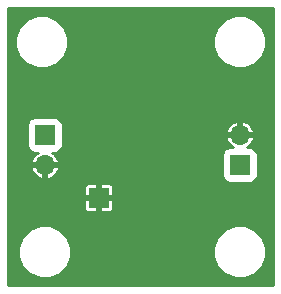
<source format=gbr>
G04 #@! TF.FileFunction,Copper,L2,Bot,Signal*
%FSLAX46Y46*%
G04 Gerber Fmt 4.6, Leading zero omitted, Abs format (unit mm)*
G04 Created by KiCad (PCBNEW 4.0.2-4+6225~38~ubuntu14.04.1-stable) date Thu 30 Mar 2017 05:43:38 PM CEST*
%MOMM*%
G01*
G04 APERTURE LIST*
%ADD10C,0.100000*%
%ADD11R,1.700000X1.700000*%
%ADD12O,1.700000X1.700000*%
%ADD13C,0.685800*%
%ADD14C,0.254000*%
G04 APERTURE END LIST*
D10*
D11*
X171196000Y-55626000D03*
D12*
X171196000Y-58166000D03*
D11*
X187706000Y-58166000D03*
D12*
X187706000Y-55626000D03*
D11*
X175768000Y-60960000D03*
D13*
X182753000Y-59436000D03*
D14*
G36*
X190552000Y-68378000D02*
X168096000Y-68378000D01*
X168096000Y-65974619D01*
X168960613Y-65974619D01*
X169300155Y-66796372D01*
X169928321Y-67425636D01*
X170749481Y-67766611D01*
X171638619Y-67767387D01*
X172460372Y-67427845D01*
X173089636Y-66799679D01*
X173430611Y-65978519D01*
X173430614Y-65974619D01*
X185470613Y-65974619D01*
X185810155Y-66796372D01*
X186438321Y-67425636D01*
X187259481Y-67766611D01*
X188148619Y-67767387D01*
X188970372Y-67427845D01*
X189599636Y-66799679D01*
X189940611Y-65978519D01*
X189941387Y-65089381D01*
X189601845Y-64267628D01*
X188973679Y-63638364D01*
X188152519Y-63297389D01*
X187263381Y-63296613D01*
X186441628Y-63636155D01*
X185812364Y-64264321D01*
X185471389Y-65085481D01*
X185470613Y-65974619D01*
X173430614Y-65974619D01*
X173431387Y-65089381D01*
X173091845Y-64267628D01*
X172463679Y-63638364D01*
X171642519Y-63297389D01*
X170753381Y-63296613D01*
X169931628Y-63636155D01*
X169302364Y-64264321D01*
X168961389Y-65085481D01*
X168960613Y-65974619D01*
X168096000Y-65974619D01*
X168096000Y-61182250D01*
X174537000Y-61182250D01*
X174537000Y-61885785D01*
X174595004Y-62025819D01*
X174702180Y-62132996D01*
X174842214Y-62191000D01*
X175545750Y-62191000D01*
X175641000Y-62095750D01*
X175641000Y-61087000D01*
X175895000Y-61087000D01*
X175895000Y-62095750D01*
X175990250Y-62191000D01*
X176693786Y-62191000D01*
X176833820Y-62132996D01*
X176940996Y-62025819D01*
X176999000Y-61885785D01*
X176999000Y-61182250D01*
X176903750Y-61087000D01*
X175895000Y-61087000D01*
X175641000Y-61087000D01*
X174632250Y-61087000D01*
X174537000Y-61182250D01*
X168096000Y-61182250D01*
X168096000Y-60034215D01*
X174537000Y-60034215D01*
X174537000Y-60737750D01*
X174632250Y-60833000D01*
X175641000Y-60833000D01*
X175641000Y-59824250D01*
X175895000Y-59824250D01*
X175895000Y-60833000D01*
X176903750Y-60833000D01*
X176999000Y-60737750D01*
X176999000Y-60034215D01*
X176940996Y-59894181D01*
X176833820Y-59787004D01*
X176693786Y-59729000D01*
X175990250Y-59729000D01*
X175895000Y-59824250D01*
X175641000Y-59824250D01*
X175545750Y-59729000D01*
X174842214Y-59729000D01*
X174702180Y-59787004D01*
X174595004Y-59894181D01*
X174537000Y-60034215D01*
X168096000Y-60034215D01*
X168096000Y-58482980D01*
X170006511Y-58482980D01*
X170130755Y-58782964D01*
X170447944Y-59143652D01*
X170879018Y-59355501D01*
X171069000Y-59295193D01*
X171069000Y-58293000D01*
X171323000Y-58293000D01*
X171323000Y-59295193D01*
X171512982Y-59355501D01*
X171944056Y-59143652D01*
X172261245Y-58782964D01*
X172385489Y-58482980D01*
X172324627Y-58293000D01*
X171323000Y-58293000D01*
X171069000Y-58293000D01*
X170067373Y-58293000D01*
X170006511Y-58482980D01*
X168096000Y-58482980D01*
X168096000Y-54776000D01*
X169698560Y-54776000D01*
X169698560Y-56476000D01*
X169742838Y-56711317D01*
X169881910Y-56927441D01*
X170094110Y-57072431D01*
X170346000Y-57123440D01*
X170580020Y-57123440D01*
X170447944Y-57188348D01*
X170130755Y-57549036D01*
X170006511Y-57849020D01*
X170067373Y-58039000D01*
X171069000Y-58039000D01*
X171069000Y-58019000D01*
X171323000Y-58019000D01*
X171323000Y-58039000D01*
X172324627Y-58039000D01*
X172385489Y-57849020D01*
X172261245Y-57549036D01*
X172056314Y-57316000D01*
X186208560Y-57316000D01*
X186208560Y-59016000D01*
X186252838Y-59251317D01*
X186391910Y-59467441D01*
X186604110Y-59612431D01*
X186856000Y-59663440D01*
X188556000Y-59663440D01*
X188791317Y-59619162D01*
X189007441Y-59480090D01*
X189152431Y-59267890D01*
X189203440Y-59016000D01*
X189203440Y-57316000D01*
X189159162Y-57080683D01*
X189020090Y-56864559D01*
X188807890Y-56719569D01*
X188556000Y-56668560D01*
X188321980Y-56668560D01*
X188454056Y-56603652D01*
X188771245Y-56242964D01*
X188895489Y-55942980D01*
X188834627Y-55753000D01*
X187833000Y-55753000D01*
X187833000Y-55773000D01*
X187579000Y-55773000D01*
X187579000Y-55753000D01*
X186577373Y-55753000D01*
X186516511Y-55942980D01*
X186640755Y-56242964D01*
X186957944Y-56603652D01*
X187090020Y-56668560D01*
X186856000Y-56668560D01*
X186620683Y-56712838D01*
X186404559Y-56851910D01*
X186259569Y-57064110D01*
X186208560Y-57316000D01*
X172056314Y-57316000D01*
X171944056Y-57188348D01*
X171811980Y-57123440D01*
X172046000Y-57123440D01*
X172281317Y-57079162D01*
X172497441Y-56940090D01*
X172642431Y-56727890D01*
X172693440Y-56476000D01*
X172693440Y-55309020D01*
X186516511Y-55309020D01*
X186577373Y-55499000D01*
X187579000Y-55499000D01*
X187579000Y-54496807D01*
X187833000Y-54496807D01*
X187833000Y-55499000D01*
X188834627Y-55499000D01*
X188895489Y-55309020D01*
X188771245Y-55009036D01*
X188454056Y-54648348D01*
X188022982Y-54436499D01*
X187833000Y-54496807D01*
X187579000Y-54496807D01*
X187389018Y-54436499D01*
X186957944Y-54648348D01*
X186640755Y-55009036D01*
X186516511Y-55309020D01*
X172693440Y-55309020D01*
X172693440Y-54776000D01*
X172649162Y-54540683D01*
X172510090Y-54324559D01*
X172297890Y-54179569D01*
X172046000Y-54128560D01*
X170346000Y-54128560D01*
X170110683Y-54172838D01*
X169894559Y-54311910D01*
X169749569Y-54524110D01*
X169698560Y-54776000D01*
X168096000Y-54776000D01*
X168096000Y-48194619D01*
X168706613Y-48194619D01*
X169046155Y-49016372D01*
X169674321Y-49645636D01*
X170495481Y-49986611D01*
X171384619Y-49987387D01*
X172206372Y-49647845D01*
X172835636Y-49019679D01*
X173176611Y-48198519D01*
X173176614Y-48194619D01*
X185470613Y-48194619D01*
X185810155Y-49016372D01*
X186438321Y-49645636D01*
X187259481Y-49986611D01*
X188148619Y-49987387D01*
X188970372Y-49647845D01*
X189599636Y-49019679D01*
X189940611Y-48198519D01*
X189941387Y-47309381D01*
X189601845Y-46487628D01*
X188973679Y-45858364D01*
X188152519Y-45517389D01*
X187263381Y-45516613D01*
X186441628Y-45856155D01*
X185812364Y-46484321D01*
X185471389Y-47305481D01*
X185470613Y-48194619D01*
X173176614Y-48194619D01*
X173177387Y-47309381D01*
X172837845Y-46487628D01*
X172209679Y-45858364D01*
X171388519Y-45517389D01*
X170499381Y-45516613D01*
X169677628Y-45856155D01*
X169048364Y-46484321D01*
X168707389Y-47305481D01*
X168706613Y-48194619D01*
X168096000Y-48194619D01*
X168096000Y-44906000D01*
X190552000Y-44906000D01*
X190552000Y-68378000D01*
X190552000Y-68378000D01*
G37*
X190552000Y-68378000D02*
X168096000Y-68378000D01*
X168096000Y-65974619D01*
X168960613Y-65974619D01*
X169300155Y-66796372D01*
X169928321Y-67425636D01*
X170749481Y-67766611D01*
X171638619Y-67767387D01*
X172460372Y-67427845D01*
X173089636Y-66799679D01*
X173430611Y-65978519D01*
X173430614Y-65974619D01*
X185470613Y-65974619D01*
X185810155Y-66796372D01*
X186438321Y-67425636D01*
X187259481Y-67766611D01*
X188148619Y-67767387D01*
X188970372Y-67427845D01*
X189599636Y-66799679D01*
X189940611Y-65978519D01*
X189941387Y-65089381D01*
X189601845Y-64267628D01*
X188973679Y-63638364D01*
X188152519Y-63297389D01*
X187263381Y-63296613D01*
X186441628Y-63636155D01*
X185812364Y-64264321D01*
X185471389Y-65085481D01*
X185470613Y-65974619D01*
X173430614Y-65974619D01*
X173431387Y-65089381D01*
X173091845Y-64267628D01*
X172463679Y-63638364D01*
X171642519Y-63297389D01*
X170753381Y-63296613D01*
X169931628Y-63636155D01*
X169302364Y-64264321D01*
X168961389Y-65085481D01*
X168960613Y-65974619D01*
X168096000Y-65974619D01*
X168096000Y-61182250D01*
X174537000Y-61182250D01*
X174537000Y-61885785D01*
X174595004Y-62025819D01*
X174702180Y-62132996D01*
X174842214Y-62191000D01*
X175545750Y-62191000D01*
X175641000Y-62095750D01*
X175641000Y-61087000D01*
X175895000Y-61087000D01*
X175895000Y-62095750D01*
X175990250Y-62191000D01*
X176693786Y-62191000D01*
X176833820Y-62132996D01*
X176940996Y-62025819D01*
X176999000Y-61885785D01*
X176999000Y-61182250D01*
X176903750Y-61087000D01*
X175895000Y-61087000D01*
X175641000Y-61087000D01*
X174632250Y-61087000D01*
X174537000Y-61182250D01*
X168096000Y-61182250D01*
X168096000Y-60034215D01*
X174537000Y-60034215D01*
X174537000Y-60737750D01*
X174632250Y-60833000D01*
X175641000Y-60833000D01*
X175641000Y-59824250D01*
X175895000Y-59824250D01*
X175895000Y-60833000D01*
X176903750Y-60833000D01*
X176999000Y-60737750D01*
X176999000Y-60034215D01*
X176940996Y-59894181D01*
X176833820Y-59787004D01*
X176693786Y-59729000D01*
X175990250Y-59729000D01*
X175895000Y-59824250D01*
X175641000Y-59824250D01*
X175545750Y-59729000D01*
X174842214Y-59729000D01*
X174702180Y-59787004D01*
X174595004Y-59894181D01*
X174537000Y-60034215D01*
X168096000Y-60034215D01*
X168096000Y-58482980D01*
X170006511Y-58482980D01*
X170130755Y-58782964D01*
X170447944Y-59143652D01*
X170879018Y-59355501D01*
X171069000Y-59295193D01*
X171069000Y-58293000D01*
X171323000Y-58293000D01*
X171323000Y-59295193D01*
X171512982Y-59355501D01*
X171944056Y-59143652D01*
X172261245Y-58782964D01*
X172385489Y-58482980D01*
X172324627Y-58293000D01*
X171323000Y-58293000D01*
X171069000Y-58293000D01*
X170067373Y-58293000D01*
X170006511Y-58482980D01*
X168096000Y-58482980D01*
X168096000Y-54776000D01*
X169698560Y-54776000D01*
X169698560Y-56476000D01*
X169742838Y-56711317D01*
X169881910Y-56927441D01*
X170094110Y-57072431D01*
X170346000Y-57123440D01*
X170580020Y-57123440D01*
X170447944Y-57188348D01*
X170130755Y-57549036D01*
X170006511Y-57849020D01*
X170067373Y-58039000D01*
X171069000Y-58039000D01*
X171069000Y-58019000D01*
X171323000Y-58019000D01*
X171323000Y-58039000D01*
X172324627Y-58039000D01*
X172385489Y-57849020D01*
X172261245Y-57549036D01*
X172056314Y-57316000D01*
X186208560Y-57316000D01*
X186208560Y-59016000D01*
X186252838Y-59251317D01*
X186391910Y-59467441D01*
X186604110Y-59612431D01*
X186856000Y-59663440D01*
X188556000Y-59663440D01*
X188791317Y-59619162D01*
X189007441Y-59480090D01*
X189152431Y-59267890D01*
X189203440Y-59016000D01*
X189203440Y-57316000D01*
X189159162Y-57080683D01*
X189020090Y-56864559D01*
X188807890Y-56719569D01*
X188556000Y-56668560D01*
X188321980Y-56668560D01*
X188454056Y-56603652D01*
X188771245Y-56242964D01*
X188895489Y-55942980D01*
X188834627Y-55753000D01*
X187833000Y-55753000D01*
X187833000Y-55773000D01*
X187579000Y-55773000D01*
X187579000Y-55753000D01*
X186577373Y-55753000D01*
X186516511Y-55942980D01*
X186640755Y-56242964D01*
X186957944Y-56603652D01*
X187090020Y-56668560D01*
X186856000Y-56668560D01*
X186620683Y-56712838D01*
X186404559Y-56851910D01*
X186259569Y-57064110D01*
X186208560Y-57316000D01*
X172056314Y-57316000D01*
X171944056Y-57188348D01*
X171811980Y-57123440D01*
X172046000Y-57123440D01*
X172281317Y-57079162D01*
X172497441Y-56940090D01*
X172642431Y-56727890D01*
X172693440Y-56476000D01*
X172693440Y-55309020D01*
X186516511Y-55309020D01*
X186577373Y-55499000D01*
X187579000Y-55499000D01*
X187579000Y-54496807D01*
X187833000Y-54496807D01*
X187833000Y-55499000D01*
X188834627Y-55499000D01*
X188895489Y-55309020D01*
X188771245Y-55009036D01*
X188454056Y-54648348D01*
X188022982Y-54436499D01*
X187833000Y-54496807D01*
X187579000Y-54496807D01*
X187389018Y-54436499D01*
X186957944Y-54648348D01*
X186640755Y-55009036D01*
X186516511Y-55309020D01*
X172693440Y-55309020D01*
X172693440Y-54776000D01*
X172649162Y-54540683D01*
X172510090Y-54324559D01*
X172297890Y-54179569D01*
X172046000Y-54128560D01*
X170346000Y-54128560D01*
X170110683Y-54172838D01*
X169894559Y-54311910D01*
X169749569Y-54524110D01*
X169698560Y-54776000D01*
X168096000Y-54776000D01*
X168096000Y-48194619D01*
X168706613Y-48194619D01*
X169046155Y-49016372D01*
X169674321Y-49645636D01*
X170495481Y-49986611D01*
X171384619Y-49987387D01*
X172206372Y-49647845D01*
X172835636Y-49019679D01*
X173176611Y-48198519D01*
X173176614Y-48194619D01*
X185470613Y-48194619D01*
X185810155Y-49016372D01*
X186438321Y-49645636D01*
X187259481Y-49986611D01*
X188148619Y-49987387D01*
X188970372Y-49647845D01*
X189599636Y-49019679D01*
X189940611Y-48198519D01*
X189941387Y-47309381D01*
X189601845Y-46487628D01*
X188973679Y-45858364D01*
X188152519Y-45517389D01*
X187263381Y-45516613D01*
X186441628Y-45856155D01*
X185812364Y-46484321D01*
X185471389Y-47305481D01*
X185470613Y-48194619D01*
X173176614Y-48194619D01*
X173177387Y-47309381D01*
X172837845Y-46487628D01*
X172209679Y-45858364D01*
X171388519Y-45517389D01*
X170499381Y-45516613D01*
X169677628Y-45856155D01*
X169048364Y-46484321D01*
X168707389Y-47305481D01*
X168706613Y-48194619D01*
X168096000Y-48194619D01*
X168096000Y-44906000D01*
X190552000Y-44906000D01*
X190552000Y-68378000D01*
M02*

</source>
